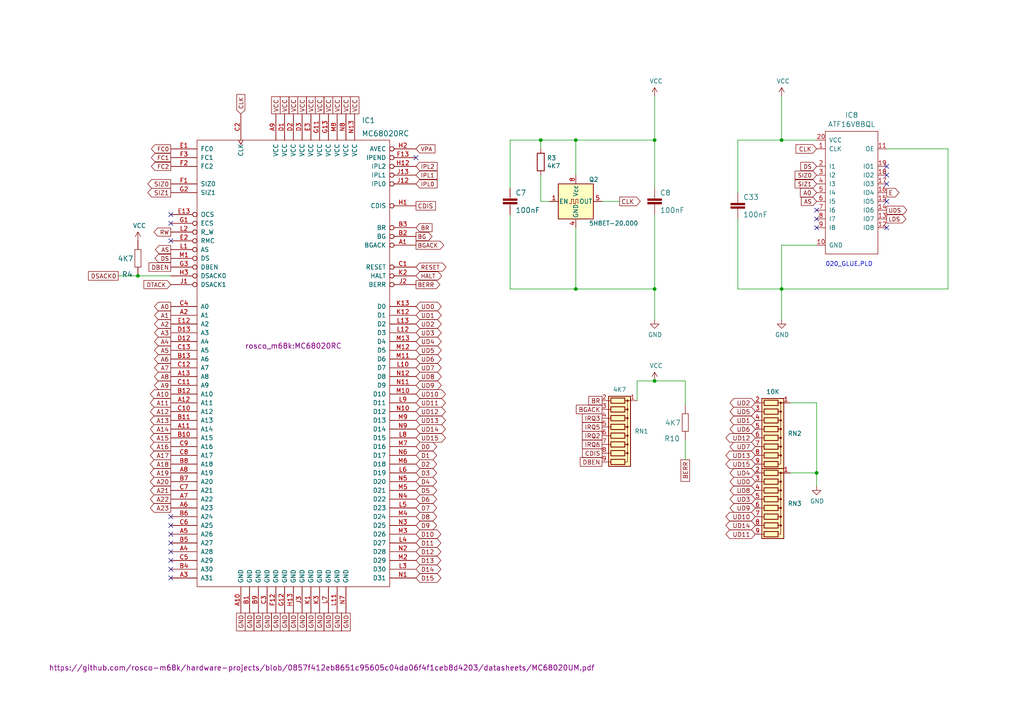
<source format=kicad_sch>
(kicad_sch (version 20230121) (generator eeschema)
  (paper "A4")
  (title_block (title "ROSCO_M68K CLASSIC MC68020 EDITION") (date "2022-03-30") (rev "1.0") (company "The Really Old-School Company Limited") (comment 1 "OSHWA UK000006 (https://certification.oshwa.org/uk000006.html)") (comment 2 "See https://github.com/roscopeco/rosco_m68k/blob/master/LICENCE.hardware.txt") (comment 3 "Open Source Hardware licenced under CERN Open Hardware Licence") (comment 4 "Copyright 2019-2022 Ross Bamford and Contributors"))
  (lib_symbols
    (symbol "Device:R" (pin_numbers hide) (pin_names (offset 0))
      (property "Reference" "R" (at 2.032 0 90))
      (property "Value" "R" (at 0 0 90))
      (symbol "R_0_1"
        (rectangle (start -1.016 -2.54) (end 1.016 2.54) (stroke (width 0.254)))
      )
      (symbol "R_1_1"
        (pin passive line (at 0 3.81 270) (length 1.27) (name "~") (number "1"))
        (pin passive line (at 0 -3.81 90) (length 1.27) (name "~") (number "2"))
      )
    )
    (symbol "Device:R_Network08" (pin_names (offset 0) hide)
      (property "Reference" "RN" (at -12.7 0 90))
      (property "Value" "R_Network08" (at 10.16 0 90))
      (symbol "R_Network08_0_1"
        (rectangle (start -11.43 -3.175) (end 8.89 3.175) (stroke (width 0.254)) (fill (type background)))
        (rectangle (start -10.922 1.524) (end -9.398 -2.54) (stroke (width 0.254)))
        (circle (center -10.16 2.286) (radius 0.254) (fill (type outline)))
        (rectangle (start -8.382 1.524) (end -6.858 -2.54) (stroke (width 0.254)))
        (circle (center -7.62 2.286) (radius 0.254) (fill (type outline)))
        (rectangle (start -5.842 1.524) (end -4.318 -2.54) (stroke (width 0.254)))
        (circle (center -5.08 2.286) (radius 0.254) (fill (type outline)))
        (rectangle (start -3.302 1.524) (end -1.778 -2.54) (stroke (width 0.254)))
        (circle (center -2.54 2.286) (radius 0.254) (fill (type outline)))
        (rectangle (start -0.762 1.524) (end 0.762 -2.54) (stroke (width 0.254)))
        (polyline (pts (xy -10.16 -2.54) (xy -10.16 -3.81)))
        (polyline (pts (xy -7.62 -2.54) (xy -7.62 -3.81)))
        (polyline (pts (xy -5.08 -2.54) (xy -5.08 -3.81)))
        (polyline (pts (xy -2.54 -2.54) (xy -2.54 -3.81)))
        (polyline (pts (xy 0 -2.54) (xy 0 -3.81)))
        (polyline (pts (xy 2.54 -2.54) (xy 2.54 -3.81)))
        (polyline (pts (xy 5.08 -2.54) (xy 5.08 -3.81)))
        (polyline (pts (xy 7.62 -2.54) (xy 7.62 -3.81)))
        (polyline (pts (xy -10.16 1.524) (xy -10.16 2.286) (xy -7.62 2.286) (xy -7.62 1.524)))
        (polyline (pts (xy -7.62 1.524) (xy -7.62 2.286) (xy -5.08 2.286) (xy -5.08 1.524)))
        (polyline (pts (xy -5.08 1.524) (xy -5.08 2.286) (xy -2.54 2.286) (xy -2.54 1.524)))
        (polyline (pts (xy -2.54 1.524) (xy -2.54 2.286) (xy 0 2.286) (xy 0 1.524)))
        (polyline (pts (xy 0 1.524) (xy 0 2.286) (xy 2.54 2.286) (xy 2.54 1.524)))
        (polyline (pts (xy 2.54 1.524) (xy 2.54 2.286) (xy 5.08 2.286) (xy 5.08 1.524)))
        (polyline (pts (xy 5.08 1.524) (xy 5.08 2.286) (xy 7.62 2.286) (xy 7.62 1.524)))
        (circle (center 0 2.286) (radius 0.254) (fill (type outline)))
        (rectangle (start 1.778 1.524) (end 3.302 -2.54) (stroke (width 0.254)))
        (circle (center 2.54 2.286) (radius 0.254) (fill (type outline)))
        (rectangle (start 4.318 1.524) (end 5.842 -2.54) (stroke (width 0.254)))
        (circle (center 5.08 2.286) (radius 0.254) (fill (type outline)))
        (rectangle (start 6.858 1.524) (end 8.382 -2.54) (stroke (width 0.254)))
      )
      (symbol "R_Network08_1_1"
        (pin passive line (at -10.16 5.08 270) (length 2.54) (name "common") (number "1"))
        (pin passive line (at -10.16 -5.08 90) (length 1.27) (name "R1") (number "2"))
        (pin passive line (at -7.62 -5.08 90) (length 1.27) (name "R2") (number "3"))
        (pin passive line (at -5.08 -5.08 90) (length 1.27) (name "R3") (number "4"))
        (pin passive line (at -2.54 -5.08 90) (length 1.27) (name "R4") (number "5"))
        (pin passive line (at 0 -5.08 90) (length 1.27) (name "R5") (number "6"))
        (pin passive line (at 2.54 -5.08 90) (length 1.27) (name "R6") (number "7"))
        (pin passive line (at 5.08 -5.08 90) (length 1.27) (name "R7") (number "8"))
        (pin passive line (at 7.62 -5.08 90) (length 1.27) (name "R8") (number "9"))
      )
    )
    (symbol "Oscillator:CXO_DIP8" (pin_names (offset 0.254))
      (property "Reference" "X" (at -5.08 6.35 0))
      (property "Value" "CXO_DIP8" (at 1.27 -6.35 0))
      (symbol "CXO_DIP8_0_1"
        (rectangle (start -5.08 5.08) (end 5.08 -5.08) (stroke (width 0.254)) (fill (type background)))
        (polyline (pts (xy -1.905 -0.635) (xy -1.27 -0.635) (xy -1.27 0.635) (xy -0.635 0.635) (xy -0.635 -0.635) (xy 0 -0.635) (xy 0 0.635) (xy 0.635 0.635) (xy 0.635 -0.635)))
      )
      (symbol "CXO_DIP8_1_1"
        (pin input line (at -7.62 0 0) (length 2.54) (name "EN") (number "1"))
        (pin power_in line (at 0 -7.62 90) (length 2.54) (name "GND") (number "4"))
        (pin output line (at 7.62 0 180) (length 2.54) (name "OUT") (number "5"))
        (pin power_in line (at 0 7.62 270) (length 2.54) (name "Vcc") (number "8"))
      )
    )
    (symbol "power:GND" (power) (pin_names (offset 0))
      (property "Value" "GND" (at 0 -3.81 0))
      (symbol "GND_0_1"
        (polyline (pts (xy 0 0) (xy 0 -1.27) (xy 1.27 -1.27) (xy 0 -2.54) (xy -1.27 -1.27) (xy 0 -1.27)))
      )
      (symbol "GND_1_1"
        (pin power_in line (at 0 0 270) (length 0) hide (name "GND") (number "1"))
      )
    )
    (symbol "power:VCC" (power) (pin_names (offset 0))
      (property "Value" "VCC" (at 0 3.81 0))
      (symbol "VCC_0_1"
        (polyline (pts (xy -0.762 1.27) (xy 0 2.54)))
        (polyline (pts (xy 0 0) (xy 0 2.54)))
        (polyline (pts (xy 0 2.54) (xy 0.762 1.27)))
      )
      (symbol "VCC_1_1"
        (pin power_in line (at 0 0 90) (length 0) hide (name "VCC") (number "1"))
      )
    )
    (symbol "rosco_m68k-eagle-import:ATF16V8BP3" (pin_names (offset 1.016))
      (property "Reference" "IC" (at -7.62 19.05 0))
      (property "Value" "ATF16V8BP3" (at -7.62 -20.32 0))
      (symbol "ATF16V8BP3_1_0"
        (polyline (pts (xy -7.62 -17.78) (xy -7.62 17.78)))
        (polyline (pts (xy -7.62 17.78) (xy 7.62 17.78)))
        (polyline (pts (xy 7.62 -17.78) (xy -7.62 -17.78)))
        (polyline (pts (xy 7.62 17.78) (xy 7.62 -17.78)))
        (pin input line (at -10.16 12.7 0) (length 2.54) (name "CLK") (number "1"))
        (pin power_in line (at -10.16 -15.24 0) (length 2.54) (name "GND") (number "10"))
        (pin input line (at 10.16 12.7 180) (length 2.54) (name "OE") (number "11"))
        (pin bidirectional line (at 10.16 -10.16 180) (length 2.54) (name "IO8") (number "12"))
        (pin bidirectional line (at 10.16 -7.62 180) (length 2.54) (name "IO7") (number "13"))
        (pin bidirectional line (at 10.16 -5.08 180) (length 2.54) (name "IO6") (number "14"))
        (pin bidirectional line (at 10.16 -2.54 180) (length 2.54) (name "IO5") (number "15"))
        (pin bidirectional line (at 10.16 0 180) (length 2.54) (name "IO4") (number "16"))
        (pin bidirectional line (at 10.16 2.54 180) (length 2.54) (name "IO3") (number "17"))
        (pin bidirectional line (at 10.16 5.08 180) (length 2.54) (name "IO2") (number "18"))
        (pin bidirectional line (at 10.16 7.62 180) (length 2.54) (name "IO1") (number "19"))
        (pin input line (at -10.16 7.62 0) (length 2.54) (name "I1") (number "2"))
        (pin power_in line (at -10.16 15.24 0) (length 2.54) (name "VCC") (number "20"))
        (pin input line (at -10.16 5.08 0) (length 2.54) (name "I2") (number "3"))
        (pin input line (at -10.16 2.54 0) (length 2.54) (name "I3") (number "4"))
        (pin input line (at -10.16 0 0) (length 2.54) (name "I4") (number "5"))
        (pin input line (at -10.16 -2.54 0) (length 2.54) (name "I5") (number "6"))
        (pin input line (at -10.16 -5.08 0) (length 2.54) (name "I6") (number "7"))
        (pin input line (at -10.16 -7.62 0) (length 2.54) (name "I7") (number "8"))
        (pin input line (at -10.16 -10.16 0) (length 2.54) (name "I8") (number "9"))
      )
    )
    (symbol "rosco_m68k-eagle-import:C2,5-3" (pin_names (offset 1.016))
      (property "Reference" "C" (at 1.524 0.381 0))
      (property "Value" "C2,5-3" (at 1.524 -4.699 0))
      (symbol "C2,5-3_1_0"
        (rectangle (start -2.032 -2.032) (end 2.032 -1.524) (fill (type outline)))
        (rectangle (start -2.032 -1.016) (end 2.032 -0.508) (fill (type outline)))
        (polyline (pts (xy 0 -2.54) (xy 0 -2.032)))
        (polyline (pts (xy 0 0) (xy 0 -0.508)))
        (pin passive line (at 0 2.54 270) (length 2.54) (name "1") (number "1"))
        (pin passive line (at 0 -5.08 90) (length 2.54) (name "2") (number "2"))
      )
    )
    (symbol "rosco_m68k-eagle-import:R-EU_0207_10" (pin_names (offset 1.016))
      (property "Reference" "R" (at -3.81 1.4986 0))
      (property "Value" "R-EU_0207_10" (at -3.81 -3.302 0))
      (symbol "R-EU_0207_10_1_0"
        (polyline (pts (xy -2.54 -0.889) (xy -2.54 0.889)))
        (polyline (pts (xy -2.54 -0.889) (xy 2.54 -0.889)))
        (polyline (pts (xy 2.54 -0.889) (xy 2.54 0.889)))
        (polyline (pts (xy 2.54 0.889) (xy -2.54 0.889)))
        (pin passive line (at -5.08 0 0) (length 2.54) (name "1") (number "1"))
        (pin passive line (at 5.08 0 180) (length 2.54) (name "2") (number "2"))
      )
    )
    (symbol "rosco_m68k:MC68020RC" (pin_names (offset 1.016))
      (property "Reference" "U" (at 0 0 0))
      (property "Value" "MC68020RC" (at 0 2.54 0))
      (symbol "MC68020RC_0_1"
        (rectangle (start -27.94 59.69) (end 27.94 -69.85))
      )
      (symbol "MC68020RC_1_1"
        (pin output inverted (at 35.56 29.21 180) (length 7.62) (name "BGACK") (number "A1"))
        (pin passive line (at -15.24 -77.47 90) (length 7.62) (name "GND") (number "A10"))
        (pin output line (at -35.56 -24.13 0) (length 7.62) (name "A14") (number "A11"))
        (pin output line (at -35.56 -16.51 0) (length 7.62) (name "A11") (number "A12"))
        (pin output line (at -35.56 -8.89 0) (length 7.62) (name "A8") (number "A13"))
        (pin output line (at -35.56 8.89 0) (length 7.62) (name "A1") (number "A2"))
        (pin output line (at -35.56 -67.31 0) (length 7.62) (name "A31") (number "A3"))
        (pin output line (at -35.56 -59.69 0) (length 7.62) (name "A28") (number "A4"))
        (pin output line (at -35.56 -54.61 0) (length 7.62) (name "A26") (number "A5"))
        (pin output line (at -35.56 -46.99 0) (length 7.62) (name "A23") (number "A6"))
        (pin output line (at -35.56 -44.45 0) (length 7.62) (name "A22") (number "A7"))
        (pin output line (at -35.56 -36.83 0) (length 7.62) (name "A19") (number "A8"))
        (pin power_in line (at -5.08 67.31 270) (length 7.62) (name "VCC") (number "A9"))
        (pin passive line (at -12.7 -77.47 90) (length 7.62) (name "GND") (number "B1"))
        (pin output line (at -35.56 -26.67 0) (length 7.62) (name "A15") (number "B10"))
        (pin output line (at -35.56 -21.59 0) (length 7.62) (name "A13") (number "B11"))
        (pin output line (at -35.56 -13.97 0) (length 7.62) (name "A10") (number "B12"))
        (pin output line (at -35.56 -3.81 0) (length 7.62) (name "A6") (number "B13"))
        (pin output inverted (at 35.56 31.75 180) (length 7.62) (name "BG") (number "B2"))
        (pin input inverted (at 35.56 34.29 180) (length 7.62) (name "BR") (number "B3"))
        (pin output line (at -35.56 -64.77 0) (length 7.62) (name "A30") (number "B4"))
        (pin output line (at -35.56 -57.15 0) (length 7.62) (name "A27") (number "B5"))
        (pin output line (at -35.56 -49.53 0) (length 7.62) (name "A24") (number "B6"))
        (pin output line (at -35.56 -39.37 0) (length 7.62) (name "A20") (number "B7"))
        (pin output line (at -35.56 -34.29 0) (length 7.62) (name "A18") (number "B8"))
        (pin passive line (at -10.16 -77.47 90) (length 7.62) (name "GND") (number "B9"))
        (pin bidirectional inverted (at 35.56 22.86 180) (length 7.62) (name "RESET") (number "C1"))
        (pin output line (at -35.56 -19.05 0) (length 7.62) (name "A12") (number "C10"))
        (pin output line (at -35.56 -11.43 0) (length 7.62) (name "A9") (number "C11"))
        (pin output line (at -35.56 -6.35 0) (length 7.62) (name "A7") (number "C12"))
        (pin output line (at -35.56 -1.27 0) (length 7.62) (name "A5") (number "C13"))
        (pin input clock (at -15.24 67.31 270) (length 7.62) (name "CLK") (number "C2"))
        (pin passive line (at -7.62 -77.47 90) (length 7.62) (name "GND") (number "C3"))
        (pin output line (at -35.56 11.43 0) (length 7.62) (name "A0") (number "C4"))
        (pin output line (at -35.56 -62.23 0) (length 7.62) (name "A29") (number "C5"))
        (pin output line (at -35.56 -52.07 0) (length 7.62) (name "A25") (number "C6"))
        (pin output line (at -35.56 -41.91 0) (length 7.62) (name "A21") (number "C7"))
        (pin output line (at -35.56 -31.75 0) (length 7.62) (name "A17") (number "C8"))
        (pin output line (at -35.56 -29.21 0) (length 7.62) (name "A16") (number "C9"))
        (pin power_in line (at -2.54 67.31 270) (length 7.62) (name "VCC") (number "D1"))
        (pin output line (at -35.56 1.27 0) (length 7.62) (name "A4") (number "D12"))
        (pin output line (at -35.56 3.81 0) (length 7.62) (name "A3") (number "D13"))
        (pin power_in line (at 0 67.31 270) (length 7.62) (name "VCC") (number "D2"))
        (pin power_in line (at 2.54 67.31 270) (length 7.62) (name "VCC") (number "D3"))
        (pin output line (at -35.56 57.15 0) (length 7.62) (name "FC0") (number "E1"))
        (pin output line (at -35.56 6.35 0) (length 7.62) (name "A2") (number "E12"))
        (pin output inverted (at -35.56 38.1 0) (length 7.62) (name "OCS") (number "E13"))
        (pin output inverted (at -35.56 30.48 0) (length 7.62) (name "RMC") (number "E2"))
        (pin power_in line (at 5.08 67.31 270) (length 7.62) (name "VCC") (number "E3"))
        (pin output line (at -35.56 46.99 0) (length 7.62) (name "SIZ0") (number "F1"))
        (pin passive line (at -5.08 -77.47 90) (length 7.62) (name "GND") (number "F12"))
        (pin output inverted (at 35.56 54.61 180) (length 7.62) (name "IPEND") (number "F13"))
        (pin output line (at -35.56 52.07 0) (length 7.62) (name "FC2") (number "F2"))
        (pin output line (at -35.56 54.61 0) (length 7.62) (name "FC1") (number "F3"))
        (pin output inverted (at -35.56 35.56 0) (length 7.62) (name "ECS") (number "G1"))
        (pin power_in line (at 7.62 67.31 270) (length 7.62) (name "VCC") (number "G11"))
        (pin passive line (at -2.54 -77.47 90) (length 7.62) (name "GND") (number "G12"))
        (pin power_in line (at 10.16 67.31 270) (length 7.62) (name "VCC") (number "G13"))
        (pin output line (at -35.56 44.45 0) (length 7.62) (name "SIZ1") (number "G2"))
        (pin output inverted (at -35.56 22.86 0) (length 7.62) (name "DBEN") (number "G3"))
        (pin input inverted (at 35.56 40.64 180) (length 7.62) (name "CDIS") (number "H1"))
        (pin input inverted (at 35.56 52.07 180) (length 7.62) (name "IPL2") (number "H12"))
        (pin passive line (at 0 -77.47 90) (length 7.62) (name "GND") (number "H13"))
        (pin input inverted (at 35.56 57.15 180) (length 7.62) (name "AVEC") (number "H2"))
        (pin input inverted (at -35.56 20.32 0) (length 7.62) (name "DSACK0") (number "H3"))
        (pin input inverted (at -35.56 17.78 0) (length 7.62) (name "DSACK1") (number "J1"))
        (pin input inverted (at 35.56 46.99 180) (length 7.62) (name "IPL0") (number "J12"))
        (pin input inverted (at 35.56 49.53 180) (length 7.62) (name "IPL1") (number "J13"))
        (pin input inverted (at 35.56 17.78 180) (length 7.62) (name "BERR") (number "J2"))
        (pin passive line (at 2.54 -77.47 90) (length 7.62) (name "GND") (number "J3"))
        (pin passive line (at 5.08 -77.47 90) (length 7.62) (name "GND") (number "K1"))
        (pin input line (at 35.56 8.89 180) (length 7.62) (name "D1") (number "K12"))
        (pin input line (at 35.56 11.43 180) (length 7.62) (name "D0") (number "K13"))
        (pin bidirectional inverted (at 35.56 20.32 180) (length 7.62) (name "HALT") (number "K2"))
        (pin passive line (at 7.62 -77.47 90) (length 7.62) (name "GND") (number "K3"))
        (pin output inverted (at -35.56 27.94 0) (length 7.62) (name "AS") (number "L1"))
        (pin input line (at 35.56 -6.35 180) (length 7.62) (name "D7") (number "L10"))
        (pin passive line (at 12.7 -77.47 90) (length 7.62) (name "GND") (number "L11"))
        (pin input line (at 35.56 3.81 180) (length 7.62) (name "D3") (number "L12"))
        (pin input line (at 35.56 6.35 180) (length 7.62) (name "D2") (number "L13"))
        (pin output inverted (at -35.56 33.02 0) (length 7.62) (name "R_W") (number "L2"))
        (pin input line (at 35.56 -64.77 180) (length 7.62) (name "D30") (number "L3"))
        (pin bidirectional line (at 35.56 -57.15 180) (length 7.62) (name "D27") (number "L4"))
        (pin input line (at 35.56 -46.99 180) (length 7.62) (name "D23") (number "L5"))
        (pin input line (at 35.56 -36.83 180) (length 7.62) (name "D19") (number "L6"))
        (pin passive line (at 10.16 -77.47 90) (length 7.62) (name "GND") (number "L7"))
        (pin input line (at 35.56 -26.67 180) (length 7.62) (name "D15") (number "L8"))
        (pin input line (at 35.56 -16.51 180) (length 7.62) (name "D11") (number "L9"))
        (pin output inverted (at -35.56 25.4 0) (length 7.62) (name "DS") (number "M1"))
        (pin input line (at 35.56 -13.97 180) (length 7.62) (name "D10") (number "M10"))
        (pin input line (at 35.56 -3.81 180) (length 7.62) (name "D6") (number "M11"))
        (pin input line (at 35.56 -1.27 180) (length 7.62) (name "D5") (number "M12"))
        (pin input line (at 35.56 1.27 180) (length 7.62) (name "D4") (number "M13"))
        (pin input line (at 35.56 -62.23 180) (length 7.62) (name "D29") (number "M2"))
        (pin bidirectional line (at 35.56 -54.61 180) (length 7.62) (name "D26") (number "M3"))
        (pin input line (at 35.56 -49.53 180) (length 7.62) (name "D24") (number "M4"))
        (pin input line (at 35.56 -41.91 180) (length 7.62) (name "D21") (number "M5"))
        (pin input line (at 35.56 -34.29 180) (length 7.62) (name "D18") (number "M6"))
        (pin input line (at 35.56 -29.21 180) (length 7.62) (name "D16") (number "M7"))
        (pin power_in line (at 12.7 67.31 270) (length 7.62) (name "VCC") (number "M8"))
        (pin input line (at 35.56 -21.59 180) (length 7.62) (name "D13") (number "M9"))
        (pin input line (at 35.56 -67.31 180) (length 7.62) (name "D31") (number "N1"))
        (pin input line (at 35.56 -19.05 180) (length 7.62) (name "D12") (number "N10"))
        (pin input line (at 35.56 -11.43 180) (length 7.62) (name "D9") (number "N11"))
        (pin input line (at 35.56 -8.89 180) (length 7.62) (name "D8") (number "N12"))
        (pin power_in line (at 17.78 67.31 270) (length 7.62) (name "VCC") (number "N13"))
        (pin input line (at 35.56 -59.69 180) (length 7.62) (name "D28") (number "N2"))
        (pin input line (at 35.56 -52.07 180) (length 7.62) (name "D25") (number "N3"))
        (pin input line (at 35.56 -44.45 180) (length 7.62) (name "D22") (number "N4"))
        (pin input line (at 35.56 -39.37 180) (length 7.62) (name "D20") (number "N5"))
        (pin input line (at 35.56 -31.75 180) (length 7.62) (name "D17") (number "N6"))
        (pin passive line (at 15.24 -77.47 90) (length 7.62) (name "GND") (number "N7"))
        (pin power_in line (at 15.24 67.31 270) (length 7.62) (name "VCC") (number "N8"))
        (pin input line (at 35.56 -24.13 180) (length 7.62) (name "D14") (number "N9"))
      )
    )
  )
  (junction (at 189.865 110.49))
  (junction (at 40.005 80.01))
  (junction (at 236.855 137.16))
  (junction (at 167.005 40.64))
  (junction (at 226.695 83.82))
  (junction (at 156.845 40.64))
  (junction (at 226.695 40.64))
  (junction (at 189.865 83.82))
  (junction (at 167.005 83.82))
  (junction (at 189.865 40.64))
  (no_connect (at 236.855 63.5))
  (no_connect (at 257.175 66.04))
  (no_connect (at 49.53 69.85))
  (no_connect (at 49.53 149.86))
  (no_connect (at 49.53 162.56))
  (no_connect (at 49.53 165.1))
  (no_connect (at 49.53 167.64))
  (no_connect (at 49.53 152.4))
  (no_connect (at 49.53 154.94))
  (no_connect (at 49.53 157.48))
  (no_connect (at 49.53 160.02))
  (no_connect (at 49.53 64.77))
  (no_connect (at 49.53 62.23))
  (no_connect (at 257.175 50.8))
  (no_connect (at 236.855 60.96))
  (no_connect (at 257.175 58.42))
  (no_connect (at 257.175 48.26))
  (no_connect (at 236.855 66.04))
  (no_connect (at 120.65 45.72))
  (no_connect (at 257.175 53.34))
  (wire (pts (xy 184.785 116.205) (xy 184.785 110.49)))
  (wire (pts (xy 198.755 127.635) (xy 198.755 133.35)))
  (wire (pts (xy 213.995 63.5) (xy 213.995 83.82)))
  (wire (pts (xy 34.29 80.01) (xy 40.005 80.01)))
  (wire (pts (xy 174.625 58.42) (xy 179.705 58.42)))
  (wire (pts (xy 156.845 40.64) (xy 167.005 40.64)))
  (wire (pts (xy 236.855 137.16) (xy 236.855 140.97)))
  (wire (pts (xy 198.755 110.49) (xy 198.755 117.475)))
  (wire (pts (xy 229.235 116.84) (xy 236.855 116.84)))
  (wire (pts (xy 147.955 40.64) (xy 156.845 40.64)))
  (wire (pts (xy 189.865 27.94) (xy 189.865 40.64)))
  (wire (pts (xy 226.695 40.64) (xy 236.855 40.64)))
  (wire (pts (xy 184.785 110.49) (xy 189.865 110.49)))
  (wire (pts (xy 213.995 83.82) (xy 226.695 83.82)))
  (wire (pts (xy 226.695 71.12) (xy 226.695 83.82)))
  (wire (pts (xy 213.995 40.64) (xy 213.995 55.88)))
  (wire (pts (xy 40.005 80.01) (xy 49.53 80.01)))
  (wire (pts (xy 236.855 71.12) (xy 226.695 71.12)))
  (wire (pts (xy 156.845 58.42) (xy 159.385 58.42)))
  (wire (pts (xy 189.865 54.61) (xy 189.865 40.64)))
  (wire (pts (xy 229.235 137.16) (xy 236.855 137.16)))
  (wire (pts (xy 167.005 66.04) (xy 167.005 83.82)))
  (wire (pts (xy 167.005 83.82) (xy 147.955 83.82)))
  (wire (pts (xy 147.955 62.23) (xy 147.955 83.82)))
  (wire (pts (xy 167.005 40.64) (xy 189.865 40.64)))
  (wire (pts (xy 189.865 110.49) (xy 198.755 110.49)))
  (wire (pts (xy 189.865 83.82) (xy 189.865 92.71)))
  (wire (pts (xy 147.955 54.61) (xy 147.955 40.64)))
  (wire (pts (xy 257.175 43.18) (xy 274.955 43.18)))
  (wire (pts (xy 167.005 40.64) (xy 167.005 50.8)))
  (wire (pts (xy 226.695 83.82) (xy 226.695 92.71)))
  (wire (pts (xy 189.865 62.23) (xy 189.865 83.82)))
  (wire (pts (xy 156.845 43.18) (xy 156.845 40.64)))
  (wire (pts (xy 226.695 40.64) (xy 213.995 40.64)))
  (wire (pts (xy 274.955 43.18) (xy 274.955 83.82)))
  (wire (pts (xy 189.865 83.82) (xy 167.005 83.82)))
  (wire (pts (xy 226.695 27.94) (xy 226.695 40.64)))
  (wire (pts (xy 156.845 50.8) (xy 156.845 58.42)))
  (wire (pts (xy 226.695 83.82) (xy 274.955 83.82)))
  (wire (pts (xy 236.855 116.84) (xy 236.855 137.16)))
  (text "020_GLUE.PLD" (at 239.395 77.47 0) (effects (font (size 1.27 1.27)) (justify left bottom)))
  (global_label "BGACK" (shape output) (at 120.65 71.12 0) (effects (font (size 1.1938 1.1938))) (property "Intersheetrefs" "${INTERSHEET_REFS}" (effects hide)))
  (global_label "UD5" (shape bidirectional) (at 120.65 101.6 0) (property "Intersheetrefs" "${INTERSHEET_REFS}" (effects hide)))
  (global_label "D11" (shape bidirectional) (at 120.65 157.48 0) (property "Intersheetrefs" "${INTERSHEET_REFS}" (effects hide)))
  (global_label "GND" (shape passive) (at 77.47 177.8 270) (property "Intersheetrefs" "${INTERSHEET_REFS}" (effects hide)))
  (global_label "UD15" (shape bidirectional) (at 219.075 134.62 180) (property "Intersheetrefs" "${INTERSHEET_REFS}" (effects hide)))
  (global_label "UD4" (shape bidirectional) (at 120.65 99.06 0) (property "Intersheetrefs" "${INTERSHEET_REFS}" (effects hide)))
  (global_label "CDIS" (shape passive) (at 120.65 59.69 0) (property "Intersheetrefs" "${INTERSHEET_REFS}" (effects hide)))
  (global_label "UDS" (shape output) (at 257.175 60.96 0) (effects (font (size 1.1938 1.1938))) (property "Intersheetrefs" "${INTERSHEET_REFS}" (effects hide)))
  (global_label "VCC" (shape passive) (at 102.87 33.02 90) (property "Intersheetrefs" "${INTERSHEET_REFS}" (effects hide)))
  (global_label "GND" (shape passive) (at 74.93 177.8 270) (property "Intersheetrefs" "${INTERSHEET_REFS}" (effects hide)))
  (global_label "UD11" (shape bidirectional) (at 219.075 154.94 180) (property "Intersheetrefs" "${INTERSHEET_REFS}" (effects hide)))
  (global_label "A18" (shape output) (at 49.53 134.62 180) (property "Intersheetrefs" "${INTERSHEET_REFS}" (effects hide)))
  (global_label "UD14" (shape bidirectional) (at 219.075 152.4 180) (property "Intersheetrefs" "${INTERSHEET_REFS}" (effects hide)))
  (global_label "A17" (shape output) (at 49.53 132.08 180) (property "Intersheetrefs" "${INTERSHEET_REFS}" (effects hide)))
  (global_label "D10" (shape bidirectional) (at 120.65 154.94 0) (property "Intersheetrefs" "${INTERSHEET_REFS}" (effects hide)))
  (global_label "A6" (shape output) (at 49.53 104.14 180) (property "Intersheetrefs" "${INTERSHEET_REFS}" (effects hide)))
  (global_label "A0" (shape output) (at 49.53 88.9 180) (property "Intersheetrefs" "${INTERSHEET_REFS}" (effects hide)))
  (global_label "D1" (shape bidirectional) (at 120.65 132.08 0) (property "Intersheetrefs" "${INTERSHEET_REFS}" (effects hide)))
  (global_label "UD1" (shape bidirectional) (at 219.075 121.92 180) (property "Intersheetrefs" "${INTERSHEET_REFS}" (effects hide)))
  (global_label "DBEN" (shape passive) (at 174.625 133.985 180) (property "Intersheetrefs" "${INTERSHEET_REFS}" (effects hide)))
  (global_label "HALT" (shape bidirectional) (at 120.65 80.01 0) (effects (font (size 1.1938 1.1938))) (property "Intersheetrefs" "${INTERSHEET_REFS}" (effects hide)))
  (global_label "A13" (shape output) (at 49.53 121.92 180) (property "Intersheetrefs" "${INTERSHEET_REFS}" (effects hide)))
  (global_label "A21" (shape output) (at 49.53 142.24 180) (property "Intersheetrefs" "${INTERSHEET_REFS}" (effects hide)))
  (global_label "UD8" (shape bidirectional) (at 219.075 142.24 180) (property "Intersheetrefs" "${INTERSHEET_REFS}" (effects hide)))
  (global_label "CLK" (shape input) (at 69.85 33.02 90) (effects (font (size 1.1938 1.1938))) (property "Intersheetrefs" "${INTERSHEET_REFS}" (effects hide)))
  (global_label "D4" (shape bidirectional) (at 120.65 139.7 0) (property "Intersheetrefs" "${INTERSHEET_REFS}" (effects hide)))
  (global_label "GND" (shape passive) (at 100.33 177.8 270) (property "Intersheetrefs" "${INTERSHEET_REFS}" (effects hide)))
  (global_label "A3" (shape output) (at 49.53 96.52 180) (property "Intersheetrefs" "${INTERSHEET_REFS}" (effects hide)))
  (global_label "VCC" (shape passive) (at 85.09 33.02 90) (property "Intersheetrefs" "${INTERSHEET_REFS}" (effects hide)))
  (global_label "IPL0" (shape input) (at 120.65 53.34 0) (effects (font (size 1.1938 1.1938))) (property "Intersheetrefs" "${INTERSHEET_REFS}" (effects hide)))
  (global_label "UD11" (shape bidirectional) (at 120.65 116.84 0) (property "Intersheetrefs" "${INTERSHEET_REFS}" (effects hide)))
  (global_label "UD0" (shape bidirectional) (at 120.65 88.9 0) (property "Intersheetrefs" "${INTERSHEET_REFS}" (effects hide)))
  (global_label "UD1" (shape bidirectional) (at 120.65 91.44 0) (property "Intersheetrefs" "${INTERSHEET_REFS}" (effects hide)))
  (global_label "D5" (shape bidirectional) (at 120.65 142.24 0) (property "Intersheetrefs" "${INTERSHEET_REFS}" (effects hide)))
  (global_label "D15" (shape bidirectional) (at 120.65 167.64 0) (property "Intersheetrefs" "${INTERSHEET_REFS}" (effects hide)))
  (global_label "GND" (shape passive) (at 85.09 177.8 270) (property "Intersheetrefs" "${INTERSHEET_REFS}" (effects hide)))
  (global_label "CLK" (shape output) (at 179.705 58.42 0) (property "Intersheetrefs" "${INTERSHEET_REFS}" (effects hide)))
  (global_label "A1" (shape output) (at 49.53 91.44 180) (property "Intersheetrefs" "${INTERSHEET_REFS}" (effects hide)))
  (global_label "UD6" (shape bidirectional) (at 120.65 104.14 0) (property "Intersheetrefs" "${INTERSHEET_REFS}" (effects hide)))
  (global_label "VCC" (shape passive) (at 80.01 33.02 90) (property "Intersheetrefs" "${INTERSHEET_REFS}" (effects hide)))
  (global_label "D2" (shape bidirectional) (at 120.65 134.62 0) (property "Intersheetrefs" "${INTERSHEET_REFS}" (effects hide)))
  (global_label "UD3" (shape bidirectional) (at 120.65 96.52 0) (property "Intersheetrefs" "${INTERSHEET_REFS}" (effects hide)))
  (global_label "BG" (shape output) (at 120.65 68.58 0) (effects (font (size 1.1938 1.1938))) (property "Intersheetrefs" "${INTERSHEET_REFS}" (effects hide)))
  (global_label "UD12" (shape bidirectional) (at 120.65 119.38 0) (property "Intersheetrefs" "${INTERSHEET_REFS}" (effects hide)))
  (global_label "UD9" (shape bidirectional) (at 219.075 147.32 180) (property "Intersheetrefs" "${INTERSHEET_REFS}" (effects hide)))
  (global_label "GND" (shape passive) (at 97.79 177.8 270) (property "Intersheetrefs" "${INTERSHEET_REFS}" (effects hide)))
  (global_label "IRQ3" (shape passive) (at 174.625 121.285 180) (property "Intersheetrefs" "${INTERSHEET_REFS}" (effects hide)))
  (global_label "A5" (shape output) (at 49.53 101.6 180) (property "Intersheetrefs" "${INTERSHEET_REFS}" (effects hide)))
  (global_label "UD6" (shape bidirectional) (at 219.075 124.46 180) (property "Intersheetrefs" "${INTERSHEET_REFS}" (effects hide)))
  (global_label "A11" (shape output) (at 49.53 116.84 180) (property "Intersheetrefs" "${INTERSHEET_REFS}" (effects hide)))
  (global_label "RW" (shape output) (at 49.53 67.31 180) (effects (font (size 1.1938 1.1938))) (property "Intersheetrefs" "${INTERSHEET_REFS}" (effects hide)))
  (global_label "A20" (shape output) (at 49.53 139.7 180) (property "Intersheetrefs" "${INTERSHEET_REFS}" (effects hide)))
  (global_label "GND" (shape passive) (at 95.25 177.8 270) (property "Intersheetrefs" "${INTERSHEET_REFS}" (effects hide)))
  (global_label "D8" (shape bidirectional) (at 120.65 149.86 0) (property "Intersheetrefs" "${INTERSHEET_REFS}" (effects hide)))
  (global_label "A12" (shape output) (at 49.53 119.38 180) (property "Intersheetrefs" "${INTERSHEET_REFS}" (effects hide)))
  (global_label "DS" (shape output) (at 49.53 74.93 180) (effects (font (size 1.1938 1.1938))) (property "Intersheetrefs" "${INTERSHEET_REFS}" (effects hide)))
  (global_label "BERR" (shape output) (at 120.65 82.55 0) (effects (font (size 1.1938 1.1938))) (property "Intersheetrefs" "${INTERSHEET_REFS}" (effects hide)))
  (global_label "E" (shape output) (at 257.175 55.88 0) (property "Intersheetrefs" "${INTERSHEET_REFS}" (effects hide)))
  (global_label "A23" (shape output) (at 49.53 147.32 180) (property "Intersheetrefs" "${INTERSHEET_REFS}" (effects hide)))
  (global_label "CLK" (shape input) (at 236.855 43.18 180) (property "Intersheetrefs" "${INTERSHEET_REFS}" (effects hide)))
  (global_label "DSACK0" (shape passive) (at 34.29 80.01 180) (property "Intersheetrefs" "${INTERSHEET_REFS}" (effects hide)))
  (global_label "IPL1" (shape input) (at 120.65 50.8 0) (effects (font (size 1.1938 1.1938))) (property "Intersheetrefs" "${INTERSHEET_REFS}" (effects hide)))
  (global_label "CDIS" (shape passive) (at 174.625 131.445 180) (property "Intersheetrefs" "${INTERSHEET_REFS}" (effects hide)))
  (global_label "GND" (shape passive) (at 90.17 177.8 270) (property "Intersheetrefs" "${INTERSHEET_REFS}" (effects hide)))
  (global_label "VCC" (shape passive) (at 87.63 33.02 90) (property "Intersheetrefs" "${INTERSHEET_REFS}" (effects hide)))
  (global_label "D6" (shape bidirectional) (at 120.65 144.78 0) (property "Intersheetrefs" "${INTERSHEET_REFS}" (effects hide)))
  (global_label "DS" (shape input) (at 236.855 48.26 180) (effects (font (size 1.1938 1.1938))) (property "Intersheetrefs" "${INTERSHEET_REFS}" (effects hide)))
  (global_label "A7" (shape output) (at 49.53 106.68 180) (property "Intersheetrefs" "${INTERSHEET_REFS}" (effects hide)))
  (global_label "DBEN" (shape passive) (at 49.53 77.47 180) (property "Intersheetrefs" "${INTERSHEET_REFS}" (effects hide)))
  (global_label "A19" (shape output) (at 49.53 137.16 180) (property "Intersheetrefs" "${INTERSHEET_REFS}" (effects hide)))
  (global_label "GND" (shape passive) (at 80.01 177.8 270) (property "Intersheetrefs" "${INTERSHEET_REFS}" (effects hide)))
  (global_label "FC1" (shape output) (at 49.53 45.72 180) (effects (font (size 1.1938 1.1938))) (property "Intersheetrefs" "${INTERSHEET_REFS}" (effects hide)))
  (global_label "D0" (shape bidirectional) (at 120.65 129.54 0) (property "Intersheetrefs" "${INTERSHEET_REFS}" (effects hide)))
  (global_label "A4" (shape output) (at 49.53 99.06 180) (property "Intersheetrefs" "${INTERSHEET_REFS}" (effects hide)))
  (global_label "BR" (shape input) (at 120.65 66.04 0) (effects (font (size 1.1938 1.1938))) (property "Intersheetrefs" "${INTERSHEET_REFS}" (effects hide)))
  (global_label "BERR" (shape passive) (at 198.755 133.35 270) (property "Intersheetrefs" "${INTERSHEET_REFS}" (effects hide)))
  (global_label "A2" (shape output) (at 49.53 93.98 180) (property "Intersheetrefs" "${INTERSHEET_REFS}" (effects hide)))
  (global_label "UD8" (shape bidirectional) (at 120.65 109.22 0) (property "Intersheetrefs" "${INTERSHEET_REFS}" (effects hide)))
  (global_label "SIZ1" (shape output) (at 49.53 55.88 180) (property "Intersheetrefs" "${INTERSHEET_REFS}" (effects hide)))
  (global_label "D14" (shape bidirectional) (at 120.65 165.1 0) (property "Intersheetrefs" "${INTERSHEET_REFS}" (effects hide)))
  (global_label "AS" (shape output) (at 49.53 72.39 180) (effects (font (size 1.1938 1.1938))) (property "Intersheetrefs" "${INTERSHEET_REFS}" (effects hide)))
  (global_label "VCC" (shape passive) (at 92.71 33.02 90) (property "Intersheetrefs" "${INTERSHEET_REFS}" (effects hide)))
  (global_label "A8" (shape output) (at 49.53 109.22 180) (property "Intersheetrefs" "${INTERSHEET_REFS}" (effects hide)))
  (global_label "GND" (shape passive) (at 82.55 177.8 270) (property "Intersheetrefs" "${INTERSHEET_REFS}" (effects hide)))
  (global_label "UD3" (shape bidirectional) (at 219.075 144.78 180) (property "Intersheetrefs" "${INTERSHEET_REFS}" (effects hide)))
  (global_label "VPA" (shape input) (at 120.65 43.18 0) (effects (font (size 1.1938 1.1938))) (property "Intersheetrefs" "${INTERSHEET_REFS}" (effects hide)))
  (global_label "SIZ0" (shape output) (at 49.53 53.34 180) (property "Intersheetrefs" "${INTERSHEET_REFS}" (effects hide)))
  (global_label "VCC" (shape passive) (at 90.17 33.02 90) (property "Intersheetrefs" "${INTERSHEET_REFS}" (effects hide)))
  (global_label "UD7" (shape bidirectional) (at 219.075 129.54 180) (property "Intersheetrefs" "${INTERSHEET_REFS}" (effects hide)))
  (global_label "GND" (shape passive) (at 69.85 177.8 270) (property "Intersheetrefs" "${INTERSHEET_REFS}" (effects hide)))
  (global_label "UD14" (shape bidirectional) (at 120.65 124.46 0) (property "Intersheetrefs" "${INTERSHEET_REFS}" (effects hide)))
  (global_label "A10" (shape output) (at 49.53 114.3 180) (property "Intersheetrefs" "${INTERSHEET_REFS}" (effects hide)))
  (global_label "UD2" (shape bidirectional) (at 219.075 116.84 180) (property "Intersheetrefs" "${INTERSHEET_REFS}" (effects hide)))
  (global_label "UD13" (shape bidirectional) (at 219.075 132.08 180) (property "Intersheetrefs" "${INTERSHEET_REFS}" (effects hide)))
  (global_label "UD2" (shape bidirectional) (at 120.65 93.98 0) (property "Intersheetrefs" "${INTERSHEET_REFS}" (effects hide)))
  (global_label "VCC" (shape passive) (at 82.55 33.02 90) (property "Intersheetrefs" "${INTERSHEET_REFS}" (effects hide)))
  (global_label "UD10" (shape bidirectional) (at 120.65 114.3 0) (property "Intersheetrefs" "${INTERSHEET_REFS}" (effects hide)))
  (global_label "BGACK" (shape passive) (at 174.625 118.745 180) (property "Intersheetrefs" "${INTERSHEET_REFS}" (effects hide)))
  (global_label "A9" (shape output) (at 49.53 111.76 180) (property "Intersheetrefs" "${INTERSHEET_REFS}" (effects hide)))
  (global_label "SIZ0" (shape input) (at 236.855 50.8 180) (effects (font (size 1.1938 1.1938))) (property "Intersheetrefs" "${INTERSHEET_REFS}" (effects hide)))
  (global_label "IRQ2" (shape passive) (at 174.625 126.365 180) (property "Intersheetrefs" "${INTERSHEET_REFS}" (effects hide)))
  (global_label "IRQ6" (shape passive) (at 174.625 128.905 180) (property "Intersheetrefs" "${INTERSHEET_REFS}" (effects hide)))
  (global_label "UD4" (shape bidirectional) (at 219.075 137.16 180) (property "Intersheetrefs" "${INTERSHEET_REFS}" (effects hide)))
  (global_label "A15" (shape output) (at 49.53 127 180) (property "Intersheetrefs" "${INTERSHEET_REFS}" (effects hide)))
  (global_label "RESET" (shape bidirectional) (at 120.65 77.47 0) (effects (font (size 1.1938 1.1938))) (property "Intersheetrefs" "${INTERSHEET_REFS}" (effects hide)))
  (global_label "UD9" (shape bidirectional) (at 120.65 111.76 0) (property "Intersheetrefs" "${INTERSHEET_REFS}" (effects hide)))
  (global_label "GND" (shape passive) (at 72.39 177.8 270) (property "Intersheetrefs" "${INTERSHEET_REFS}" (effects hide)))
  (global_label "AS" (shape input) (at 236.855 58.42 180) (effects (font (size 1.1938 1.1938))) (property "Intersheetrefs" "${INTERSHEET_REFS}" (effects hide)))
  (global_label "VCC" (shape passive) (at 100.33 33.02 90) (property "Intersheetrefs" "${INTERSHEET_REFS}" (effects hide)))
  (global_label "A16" (shape output) (at 49.53 129.54 180) (property "Intersheetrefs" "${INTERSHEET_REFS}" (effects hide)))
  (global_label "FC0" (shape output) (at 49.53 43.18 180) (effects (font (size 1.1938 1.1938))) (property "Intersheetrefs" "${INTERSHEET_REFS}" (effects hide)))
  (global_label "LDS" (shape output) (at 257.175 63.5 0) (effects (font (size 1.1938 1.1938))) (property "Intersheetrefs" "${INTERSHEET_REFS}" (effects hide)))
  (global_label "A14" (shape output) (at 49.53 124.46 180) (property "Intersheetrefs" "${INTERSHEET_REFS}" (effects hide)))
  (global_label "UD13" (shape bidirectional) (at 120.65 121.92 0) (property "Intersheetrefs" "${INTERSHEET_REFS}" (effects hide)))
  (global_label "BR" (shape passive) (at 174.625 116.205 180) (property "Intersheetrefs" "${INTERSHEET_REFS}" (effects hide)))
  (global_label "GND" (shape passive) (at 92.71 177.8 270) (property "Intersheetrefs" "${INTERSHEET_REFS}" (effects hide)))
  (global_label "A22" (shape output) (at 49.53 144.78 180) (property "Intersheetrefs" "${INTERSHEET_REFS}" (effects hide)))
  (global_label "D12" (shape bidirectional) (at 120.65 160.02 0) (property "Intersheetrefs" "${INTERSHEET_REFS}" (effects hide)))
  (global_label "UD7" (shape bidirectional) (at 120.65 106.68 0) (property "Intersheetrefs" "${INTERSHEET_REFS}" (effects hide)))
  (global_label "UD12" (shape bidirectional) (at 219.075 127 180) (property "Intersheetrefs" "${INTERSHEET_REFS}" (effects hide)))
  (global_label "UD0" (shape bidirectional) (at 219.075 139.7 180) (property "Intersheetrefs" "${INTERSHEET_REFS}" (effects hide)))
  (global_label "IPL2" (shape input) (at 120.65 48.26 0) (effects (font (size 1.1938 1.1938))) (property "Intersheetrefs" "${INTERSHEET_REFS}" (effects hide)))
  (global_label "UD5" (shape bidirectional) (at 219.075 119.38 180) (property "Intersheetrefs" "${INTERSHEET_REFS}" (effects hide)))
  (global_label "GND" (shape passive) (at 87.63 177.8 270) (property "Intersheetrefs" "${INTERSHEET_REFS}" (effects hide)))
  (global_label "VCC" (shape passive) (at 97.79 33.02 90) (property "Intersheetrefs" "${INTERSHEET_REFS}" (effects hide)))
  (global_label "D3" (shape bidirectional) (at 120.65 137.16 0) (property "Intersheetrefs" "${INTERSHEET_REFS}" (effects hide)))
  (global_label "FC2" (shape output) (at 49.53 48.26 180) (effects (font (size 1.1938 1.1938))) (property "Intersheetrefs" "${INTERSHEET_REFS}" (effects hide)))
  (global_label "VCC" (shape passive) (at 95.25 33.02 90) (property "Intersheetrefs" "${INTERSHEET_REFS}" (effects hide)))
  (global_label "A0" (shape input) (at 236.855 55.88 180) (property "Intersheetrefs" "${INTERSHEET_REFS}" (effects hide)))
  (global_label "UD10" (shape bidirectional) (at 219.075 149.86 180) (property "Intersheetrefs" "${INTERSHEET_REFS}" (effects hide)))
  (global_label "DTACK" (shape input) (at 49.53 82.55 180) (effects (font (size 1.1938 1.1938))) (property "Intersheetrefs" "${INTERSHEET_REFS}" (effects hide)))
  (global_label "D13" (shape bidirectional) (at 120.65 162.56 0) (property "Intersheetrefs" "${INTERSHEET_REFS}" (effects hide)))
  (global_label "SIZ1" (shape input) (at 236.855 53.34 180) (effects (font (size 1.1938 1.1938))) (property "Intersheetrefs" "${INTERSHEET_REFS}" (effects hide)))
  (global_label "IRQ5" (shape passive) (at 174.625 123.825 180) (property "Intersheetrefs" "${INTERSHEET_REFS}" (effects hide)))
  (global_label "D7" (shape bidirectional) (at 120.65 147.32 0) (property "Intersheetrefs" "${INTERSHEET_REFS}" (effects hide)))
  (global_label "D9" (shape bidirectional) (at 120.65 152.4 0) (property "Intersheetrefs" "${INTERSHEET_REFS}" (effects hide)))
  (global_label "UD15" (shape bidirectional) (at 120.65 127 0) (property "Intersheetrefs" "${INTERSHEET_REFS}" (effects hide)))
  (symbol (lib_id "rosco_m68k-eagle-import:R-EU_0207_10") (at 198.755 122.555 90) (unit 1)
    (property "Reference" "R10" (at 197.2564 126.365 90) (effects (font (size 1.4986 1.4986)) (justify left bottom)))
    (property "Value" "4K7" (at 197.485 121.793 90) (effects (font (size 1.4986 1.4986)) (justify left bottom)))
    (property "Footprint" "rosco_m68k:0207_10" (effects hide))
  )
  (symbol (lib_id "power:VCC") (at 189.865 110.49 0) (unit 1)
    (property "Reference" "#PWR01" (effects hide))
    (property "Value" "VCC" (at 190.2968 106.0958 0))
  )
  (symbol (lib_id "power:VCC") (at 189.865 27.94 0) (unit 1)
    (property "Reference" "#PWR02" (effects hide))
    (property "Value" "VCC" (at 190.2968 23.5458 0))
  )
  (symbol (lib_id "power:GND") (at 189.865 92.71 0) (unit 1)
    (property "Reference" "#PWR03" (effects hide))
    (property "Value" "GND" (at 189.992 97.1042 0))
  )
  (symbol (lib_id "rosco_m68k-eagle-import:C2,5-3") (at 147.955 57.15 0) (unit 1)
    (property "Reference" "C7" (at 149.479 56.769 0) (effects (font (size 1.4986 1.4986)) (justify left bottom)))
    (property "Value" "100nF" (at 149.479 61.849 0) (effects (font (size 1.4986 1.4986)) (justify left bottom)))
    (property "Footprint" "rosco_m68k:C2.5-3" (effects hide))
  )
  (symbol (lib_id "rosco_m68k-eagle-import:C2,5-3") (at 189.865 57.15 0) (unit 1)
    (property "Reference" "C8" (at 191.389 56.769 0) (effects (font (size 1.4986 1.4986)) (justify left bottom)))
    (property "Value" "100nF" (at 191.389 61.849 0) (effects (font (size 1.4986 1.4986)) (justify left bottom)))
    (property "Footprint" "rosco_m68k:C2.5-3" (effects hide))
  )
  (symbol (lib_id "Oscillator:CXO_DIP8") (at 167.005 58.42 0) (unit 1)
    (property "Reference" "Q2" (at 170.815 52.07 0) (effects (justify left)))
    (property "Value" "5H8ET-20.000" (at 170.815 64.77 0) (effects (justify left)))
    (property "Footprint" "Oscillator:Oscillator_DIP-8" (effects hide))
    (property "Datasheet" "https://docs.rs-online.com/4a59/0900766b81111d78.pdf" (effects hide))
  )
  (symbol (lib_id "Device:R") (at 156.845 46.99 0) (unit 1)
    (property "Reference" "R3" (at 158.623 45.8216 0) (effects (justify left)))
    (property "Value" "4K7" (at 158.623 48.133 0) (effects (justify left)))
    (property "Footprint" "rosco_m68k:0207_10" (effects hide))
  )
  (symbol (lib_id "rosco_m68k-eagle-import:R-EU_0207_10") (at 40.005 74.93 90) (unit 1)
    (property "Reference" "R4" (at 38.5064 78.74 90) (effects (font (size 1.4986 1.4986)) (justify left bottom)))
    (property "Value" "4K7" (at 38.735 74.168 90) (effects (font (size 1.4986 1.4986)) (justify left bottom)))
    (property "Footprint" "rosco_m68k:0207_10" (effects hide))
  )
  (symbol (lib_id "power:GND") (at 226.695 92.71 0) (unit 1)
    (property "Reference" "#PWR0121" (effects hide))
    (property "Value" "GND" (at 226.822 97.1042 0))
  )
  (symbol (lib_id "Device:R_Network08") (at 224.155 127 270) (unit 1)
    (property "Reference" "RN2" (at 230.505 125.73 90))
    (property "Value" "10K" (at 224.155 113.6396 90))
    (property "Footprint" "Resistor_THT:R_Array_SIP9" (effects hide))
    (property "Datasheet" "http://www.vishay.com/docs/31509/csc.pdf" (effects hide))
  )
  (symbol (lib_id "power:VCC") (at 40.005 69.85 0) (unit 1)
    (property "Reference" "#PWR06" (effects hide))
    (property "Value" "VCC" (at 40.4368 65.4558 0))
  )
  (symbol (lib_id "power:VCC") (at 226.695 27.94 0) (unit 1)
    (property "Reference" "#PWR0122" (effects hide))
    (property "Value" "VCC" (at 227.1268 23.5458 0))
  )
  (symbol (lib_id "rosco_m68k-eagle-import:ATF16V8BP3") (at 247.015 55.88 0) (unit 1)
    (property "Reference" "IC8" (at 247.015 33.3756 0) (effects (font (size 1.4986 1.4986))))
    (property "Value" "ATF16V8BQL" (at 247.015 36.0426 0) (effects (font (size 1.4986 1.4986))))
    (property "Footprint" "rosco_m68k:DIL20" (effects hide))
  )
  (symbol (lib_id "rosco_m68k-eagle-import:C2,5-3") (at 213.995 58.42 0) (unit 1)
    (property "Reference" "C33" (at 215.519 58.039 0) (effects (font (size 1.4986 1.4986)) (justify left bottom)))
    (property "Value" "100nF" (at 215.519 63.119 0) (effects (font (size 1.4986 1.4986)) (justify left bottom)))
    (property "Footprint" "rosco_m68k:C2.5-3" (effects hide))
  )
  (symbol (lib_id "power:GND") (at 236.855 140.97 0) (unit 1)
    (property "Reference" "#PWR0120" (effects hide))
    (property "Value" "GND" (at 236.982 145.3642 0))
  )
  (symbol (lib_id "rosco_m68k:MC68020RC") (at 85.09 100.33 0) (unit 1)
    (property "Reference" "IC1" (at 104.8894 34.925 0) (effects (font (size 1.524 1.524)) (justify left)))
    (property "Value" "MC68020RC" (at 104.8894 38.735 0) (effects (font (size 1.524 1.524)) (justify left)))
    (property "Footprint" "rosco_m68k:MC68020RC" (at 85.09 100.33 0) (effects (font (size 1.524 1.524))))
    (property "Datasheet" "https://github.com/rosco-m68k/hardware-projects/blob/0857f412eb8651c95605c04da06f4f1ceb8d4203/datasheets/MC68020UM.pdf" (at 93.345 193.675 0) (effects (font (size 1.524 1.524))))
  )
  (symbol (lib_id "Device:R_Network08") (at 179.705 126.365 270) (unit 1)
    (property "Reference" "RN1" (at 186.055 125.095 90))
    (property "Value" "4K7" (at 179.705 113.0046 90))
    (property "Footprint" "Resistor_THT:R_Array_SIP9" (effects hide))
    (property "Datasheet" "http://www.vishay.com/docs/31509/csc.pdf" (effects hide))
  )
  (symbol (lib_id "Device:R_Network08") (at 224.155 147.32 270) (unit 1)
    (property "Reference" "RN3" (at 230.505 146.05 90))
    (property "Value" "R_Network08" (effects hide))
    (property "Footprint" "Resistor_THT:R_Array_SIP9" (effects hide))
    (property "Datasheet" "http://www.vishay.com/docs/31509/csc.pdf" (effects hide))
  )
)
</source>
